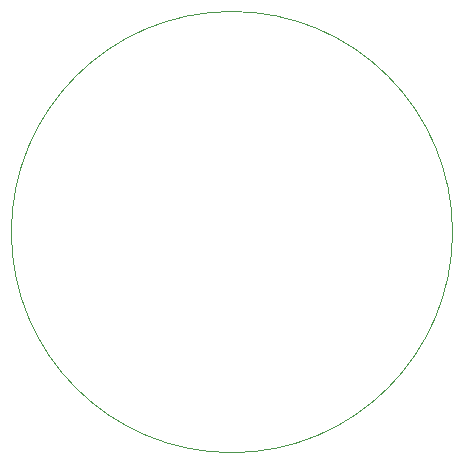
<source format=gm1>
G04 #@! TF.GenerationSoftware,KiCad,Pcbnew,(6.0.5)*
G04 #@! TF.CreationDate,2022-09-27T11:09:55-06:00*
G04 #@! TF.ProjectId,Double_MicroD_25_Gateway,446f7562-6c65-45f4-9d69-63726f445f32,rev?*
G04 #@! TF.SameCoordinates,Original*
G04 #@! TF.FileFunction,Profile,NP*
%FSLAX46Y46*%
G04 Gerber Fmt 4.6, Leading zero omitted, Abs format (unit mm)*
G04 Created by KiCad (PCBNEW (6.0.5)) date 2022-09-27 11:09:55*
%MOMM*%
%LPD*%
G01*
G04 APERTURE LIST*
G04 #@! TA.AperFunction,Profile*
%ADD10C,0.050000*%
G04 #@! TD*
G04 APERTURE END LIST*
D10*
X18677000Y0D02*
G75*
G03*
X18677000Y0I-18677000J0D01*
G01*
M02*

</source>
